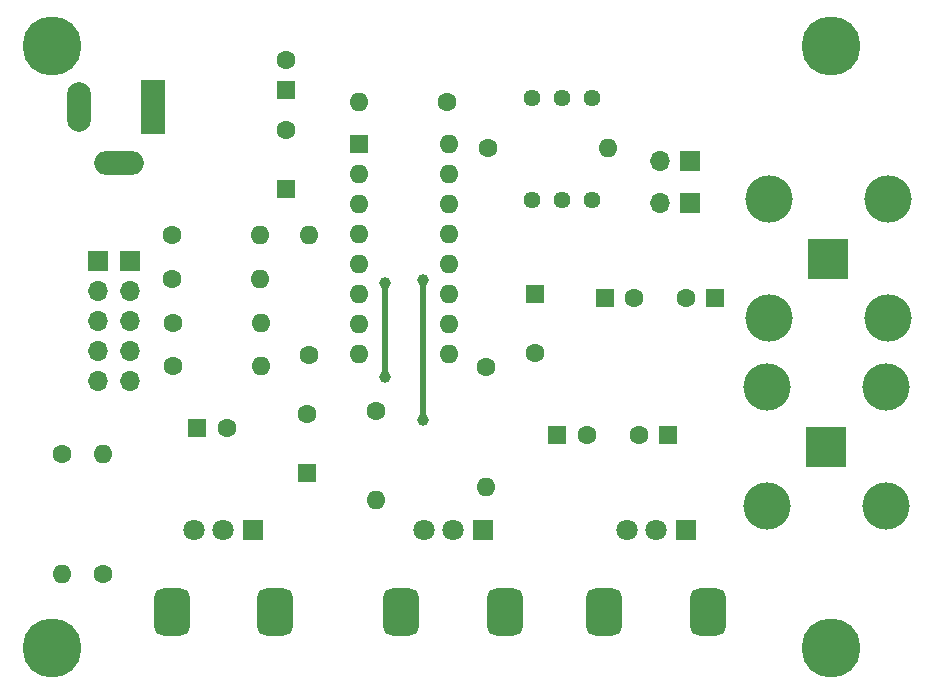
<source format=gbr>
%TF.GenerationSoftware,KiCad,Pcbnew,8.0.4*%
%TF.CreationDate,2024-07-20T11:29:03+02:00*%
%TF.ProjectId,Generatpr XR-2206,47656e65-7261-4747-9072-2058522d3232,rev?*%
%TF.SameCoordinates,Original*%
%TF.FileFunction,Copper,L1,Top*%
%TF.FilePolarity,Positive*%
%FSLAX46Y46*%
G04 Gerber Fmt 4.6, Leading zero omitted, Abs format (unit mm)*
G04 Created by KiCad (PCBNEW 8.0.4) date 2024-07-20 11:29:03*
%MOMM*%
%LPD*%
G01*
G04 APERTURE LIST*
G04 Aperture macros list*
%AMRoundRect*
0 Rectangle with rounded corners*
0 $1 Rounding radius*
0 $2 $3 $4 $5 $6 $7 $8 $9 X,Y pos of 4 corners*
0 Add a 4 corners polygon primitive as box body*
4,1,4,$2,$3,$4,$5,$6,$7,$8,$9,$2,$3,0*
0 Add four circle primitives for the rounded corners*
1,1,$1+$1,$2,$3*
1,1,$1+$1,$4,$5*
1,1,$1+$1,$6,$7*
1,1,$1+$1,$8,$9*
0 Add four rect primitives between the rounded corners*
20,1,$1+$1,$2,$3,$4,$5,0*
20,1,$1+$1,$4,$5,$6,$7,0*
20,1,$1+$1,$6,$7,$8,$9,0*
20,1,$1+$1,$8,$9,$2,$3,0*%
G04 Aperture macros list end*
%TA.AperFunction,ComponentPad*%
%ADD10R,1.800000X1.800000*%
%TD*%
%TA.AperFunction,ComponentPad*%
%ADD11C,1.800000*%
%TD*%
%TA.AperFunction,ComponentPad*%
%ADD12RoundRect,0.750000X-0.750000X1.250000X-0.750000X-1.250000X0.750000X-1.250000X0.750000X1.250000X0*%
%TD*%
%TA.AperFunction,ComponentPad*%
%ADD13R,3.500000X3.500000*%
%TD*%
%TA.AperFunction,ComponentPad*%
%ADD14C,4.000000*%
%TD*%
%TA.AperFunction,ComponentPad*%
%ADD15C,1.440000*%
%TD*%
%TA.AperFunction,ComponentPad*%
%ADD16C,1.600000*%
%TD*%
%TA.AperFunction,ComponentPad*%
%ADD17O,1.600000X1.600000*%
%TD*%
%TA.AperFunction,ComponentPad*%
%ADD18R,1.600000X1.600000*%
%TD*%
%TA.AperFunction,ComponentPad*%
%ADD19R,1.700000X1.700000*%
%TD*%
%TA.AperFunction,ComponentPad*%
%ADD20O,1.700000X1.700000*%
%TD*%
%TA.AperFunction,ComponentPad*%
%ADD21R,2.000000X4.600000*%
%TD*%
%TA.AperFunction,ComponentPad*%
%ADD22O,2.000000X4.200000*%
%TD*%
%TA.AperFunction,ComponentPad*%
%ADD23O,4.200000X2.000000*%
%TD*%
%TA.AperFunction,ComponentPad*%
%ADD24C,5.000000*%
%TD*%
%TA.AperFunction,ViaPad*%
%ADD25C,1.000000*%
%TD*%
%TA.AperFunction,Conductor*%
%ADD26C,0.500000*%
%TD*%
G04 APERTURE END LIST*
D10*
%TO.P,RV5,1,1*%
%TO.N,Net-(RV2-Pad3)*%
X183680000Y-90000000D03*
D11*
%TO.P,RV5,2,2*%
X181180000Y-90000000D03*
%TO.P,RV5,3,3*%
%TO.N,GND*%
X178680000Y-90000000D03*
D12*
%TO.P,RV5,MP,MP*%
X185580000Y-97000000D03*
X176780000Y-97000000D03*
%TD*%
D10*
%TO.P,RV2,1,1*%
%TO.N,Net-(R4-Pad2)*%
X166500000Y-90000000D03*
D11*
%TO.P,RV2,2,2*%
X164000000Y-90000000D03*
%TO.P,RV2,3,3*%
%TO.N,Net-(RV2-Pad3)*%
X161500000Y-90000000D03*
D12*
%TO.P,RV2,MP,MP*%
%TO.N,GND*%
X168400000Y-97000000D03*
X159600000Y-97000000D03*
%TD*%
D10*
%TO.P,RV1,1,1*%
%TO.N,Net-(C12-Pad2)*%
X147040000Y-90000000D03*
D11*
%TO.P,RV1,2,2*%
%TO.N,Net-(U1-MO)*%
X144540000Y-90000000D03*
%TO.P,RV1,3,3*%
X142040000Y-90000000D03*
D12*
%TO.P,RV1,MP,MP*%
%TO.N,GND*%
X148940000Y-97000000D03*
X140140000Y-97000000D03*
%TD*%
D13*
%TO.P,J2,1,In*%
%TO.N,Net-(J2-In)*%
X195735000Y-67040000D03*
D14*
%TO.P,J2,2,Ext*%
%TO.N,GND*%
X200760000Y-72065000D03*
X190710000Y-72065000D03*
X200760000Y-62015000D03*
X190710000Y-62015000D03*
%TD*%
D13*
%TO.P,J1,1,In*%
%TO.N,Net-(J1-In)*%
X195570000Y-82970000D03*
D14*
%TO.P,J1,2,Ext*%
%TO.N,GND*%
X200595000Y-87995000D03*
X190545000Y-87995000D03*
X200595000Y-77945000D03*
X190545000Y-77945000D03*
%TD*%
D15*
%TO.P,RV3,1,1*%
%TO.N,Net-(J6-Pin_2)*%
X175770000Y-62040000D03*
%TO.P,RV3,2,2*%
X173230000Y-62040000D03*
%TO.P,RV3,3,3*%
%TO.N,Net-(U1-WAVEA2)*%
X170690000Y-62040000D03*
%TD*%
D16*
%TO.P,R5,1*%
%TO.N,Net-(U1-SYMA1)*%
X166920000Y-57700000D03*
D17*
%TO.P,R5,2*%
%TO.N,Net-(R5-Pad2)*%
X177080000Y-57700000D03*
%TD*%
D18*
%TO.P,C3,1*%
%TO.N,Net-(C12-Pad2)*%
X151600000Y-85200000D03*
D16*
%TO.P,C3,2*%
%TO.N,GND*%
X151600000Y-80200000D03*
%TD*%
%TO.P,C9,1*%
%TO.N,Net-(J4-Pin_2)*%
X140150000Y-68800000D03*
D17*
%TO.P,C9,2*%
%TO.N,Net-(U1-TC2)*%
X147650000Y-68800000D03*
%TD*%
D19*
%TO.P,J4,1,Pin_1*%
%TO.N,Net-(J4-Pin_1)*%
X136600000Y-67220000D03*
D20*
%TO.P,J4,2,Pin_2*%
%TO.N,Net-(J4-Pin_2)*%
X136600000Y-69760000D03*
%TO.P,J4,3,Pin_3*%
%TO.N,Net-(J4-Pin_3)*%
X136600000Y-72300000D03*
%TO.P,J4,4,Pin_4*%
%TO.N,Net-(J4-Pin_4)*%
X136600000Y-74840000D03*
%TO.P,J4,5,Pin_5*%
%TO.N,Net-(J4-Pin_5)*%
X136600000Y-77380000D03*
%TD*%
D18*
%TO.P,C14,1*%
%TO.N,Net-(J4-Pin_5)*%
X142317621Y-81400000D03*
D16*
%TO.P,C14,2*%
%TO.N,Net-(U1-TC2)*%
X144817621Y-81400000D03*
%TD*%
D18*
%TO.P,C15,1*%
%TO.N,+12V*%
X149840000Y-52722380D03*
D16*
%TO.P,C15,2*%
%TO.N,GND*%
X149840000Y-50222380D03*
%TD*%
D18*
%TO.P,C4,1*%
%TO.N,Net-(U1-STO)*%
X172817621Y-82000000D03*
D16*
%TO.P,C4,2*%
%TO.N,Net-(C4-Pad2)*%
X175317621Y-82000000D03*
%TD*%
%TO.P,R4,1*%
%TO.N,Net-(U1-TR1)*%
X166800000Y-76220000D03*
D17*
%TO.P,R4,2*%
%TO.N,Net-(R4-Pad2)*%
X166800000Y-86380000D03*
%TD*%
D21*
%TO.P,J3,1*%
%TO.N,+12V*%
X138600000Y-54180000D03*
D22*
%TO.P,J3,2*%
%TO.N,GND*%
X132300000Y-54180000D03*
D23*
%TO.P,J3,3*%
X135700000Y-58980000D03*
%TD*%
D18*
%TO.P,C2,1*%
%TO.N,+12V*%
X149860000Y-61180000D03*
D16*
%TO.P,C2,2*%
%TO.N,GND*%
X149860000Y-56180000D03*
%TD*%
D24*
%TO.P,REF\u002A\u002A,1*%
%TO.N,GND*%
X196000000Y-100000000D03*
%TD*%
D16*
%TO.P,C10,1*%
%TO.N,Net-(J4-Pin_3)*%
X140250000Y-72500000D03*
D17*
%TO.P,C10,2*%
%TO.N,Net-(U1-TC2)*%
X147750000Y-72500000D03*
%TD*%
D19*
%TO.P,J5,1,Pin_1*%
%TO.N,Net-(J5-Pin_1)*%
X133900000Y-67220000D03*
D20*
%TO.P,J5,2,Pin_2*%
X133900000Y-69760000D03*
%TO.P,J5,3,Pin_3*%
X133900000Y-72300000D03*
%TO.P,J5,4,Pin_4*%
X133900000Y-74840000D03*
%TO.P,J5,5,Pin_5*%
X133900000Y-77380000D03*
%TD*%
D18*
%TO.P,C5,1*%
%TO.N,Net-(U1-SYNCO)*%
X176817621Y-70400000D03*
D16*
%TO.P,C5,2*%
%TO.N,Net-(C5-Pad2)*%
X179317621Y-70400000D03*
%TD*%
D24*
%TO.P,REF\u002A\u002A,1*%
%TO.N,GND*%
X130000000Y-49000000D03*
%TD*%
D18*
%TO.P,C1,1*%
%TO.N,Net-(U1-BIAS)*%
X170900000Y-70000000D03*
D16*
%TO.P,C1,2*%
%TO.N,GND*%
X170900000Y-75000000D03*
%TD*%
D15*
%TO.P,RV4,1,1*%
%TO.N,Net-(R5-Pad2)*%
X175730000Y-53400000D03*
%TO.P,RV4,2,2*%
%TO.N,GND*%
X173190000Y-53400000D03*
%TO.P,RV4,3,3*%
%TO.N,Net-(U1-SYMA2)*%
X170650000Y-53400000D03*
%TD*%
D24*
%TO.P,REF\u002A\u002A,1*%
%TO.N,GND*%
X130000000Y-100000000D03*
%TD*%
D18*
%TO.P,C6,1*%
%TO.N,Net-(J2-In)*%
X186182380Y-70400000D03*
D16*
%TO.P,C6,2*%
%TO.N,Net-(C5-Pad2)*%
X183682380Y-70400000D03*
%TD*%
%TO.P,C12,1*%
%TO.N,GND*%
X157440000Y-79940000D03*
D17*
%TO.P,C12,2*%
%TO.N,Net-(C12-Pad2)*%
X157440000Y-87440000D03*
%TD*%
D16*
%TO.P,R2,1*%
%TO.N,Net-(C12-Pad2)*%
X134300000Y-93780000D03*
D17*
%TO.P,R2,2*%
%TO.N,GND*%
X134300000Y-83620000D03*
%TD*%
D24*
%TO.P,REF\u002A\u002A,1*%
%TO.N,GND*%
X196000000Y-49000000D03*
%TD*%
D19*
%TO.P,J7,1,Pin_1*%
%TO.N,unconnected-(J7-Pin_1-Pad1)*%
X184075000Y-58800000D03*
D20*
%TO.P,J7,2,Pin_2*%
%TO.N,unconnected-(J7-Pin_2-Pad2)*%
X181535000Y-58800000D03*
%TD*%
D18*
%TO.P,C7,1*%
%TO.N,Net-(J1-In)*%
X182182380Y-82000000D03*
D16*
%TO.P,C7,2*%
%TO.N,Net-(C4-Pad2)*%
X179682380Y-82000000D03*
%TD*%
%TO.P,R3,1*%
%TO.N,Net-(U1-SYNCO)*%
X151800000Y-75180000D03*
D17*
%TO.P,R3,2*%
%TO.N,+12V*%
X151800000Y-65020000D03*
%TD*%
D16*
%TO.P,C8,1*%
%TO.N,Net-(J4-Pin_1)*%
X140150000Y-65000000D03*
D17*
%TO.P,C8,2*%
%TO.N,Net-(U1-TC2)*%
X147650000Y-65000000D03*
%TD*%
D16*
%TO.P,C13,1*%
%TO.N,GND*%
X163480000Y-53750000D03*
D17*
%TO.P,C13,2*%
%TO.N,+12V*%
X155980000Y-53750000D03*
%TD*%
D18*
%TO.P,U1,1,AMSI*%
%TO.N,GND*%
X156000000Y-57300000D03*
D17*
%TO.P,U1,2,STO*%
%TO.N,Net-(U1-STO)*%
X156000000Y-59840000D03*
%TO.P,U1,3,MO*%
%TO.N,Net-(U1-MO)*%
X156000000Y-62380000D03*
%TO.P,U1,4,Vcc*%
%TO.N,+12V*%
X156000000Y-64920000D03*
%TO.P,U1,5,TC1*%
%TO.N,Net-(J5-Pin_1)*%
X156000000Y-67460000D03*
%TO.P,U1,6,TC2*%
%TO.N,Net-(U1-TC2)*%
X156000000Y-70000000D03*
%TO.P,U1,7,TR1*%
%TO.N,Net-(U1-TR1)*%
X156000000Y-72540000D03*
%TO.P,U1,8,TR2*%
%TO.N,unconnected-(U1-TR2-Pad8)*%
X156000000Y-75080000D03*
%TO.P,U1,9,FSKI*%
%TO.N,unconnected-(U1-FSKI-Pad9)*%
X163620000Y-75080000D03*
%TO.P,U1,10,BIAS*%
%TO.N,Net-(U1-BIAS)*%
X163620000Y-72540000D03*
%TO.P,U1,11,SYNCO*%
%TO.N,Net-(U1-SYNCO)*%
X163620000Y-70000000D03*
%TO.P,U1,12,GND*%
%TO.N,GND*%
X163620000Y-67460000D03*
%TO.P,U1,13,WAVEA1*%
%TO.N,Net-(J6-Pin_1)*%
X163620000Y-64920000D03*
%TO.P,U1,14,WAVEA2*%
%TO.N,Net-(U1-WAVEA2)*%
X163620000Y-62380000D03*
%TO.P,U1,15,SYMA1*%
%TO.N,Net-(U1-SYMA1)*%
X163620000Y-59840000D03*
%TO.P,U1,16,SYMA2*%
%TO.N,Net-(U1-SYMA2)*%
X163620000Y-57300000D03*
%TD*%
D16*
%TO.P,R1,1*%
%TO.N,+12V*%
X130900000Y-83620000D03*
D17*
%TO.P,R1,2*%
%TO.N,Net-(C12-Pad2)*%
X130900000Y-93780000D03*
%TD*%
D19*
%TO.P,J6,1,Pin_1*%
%TO.N,Net-(J6-Pin_1)*%
X184075000Y-62300000D03*
D20*
%TO.P,J6,2,Pin_2*%
%TO.N,Net-(J6-Pin_2)*%
X181535000Y-62300000D03*
%TD*%
D16*
%TO.P,C11,1*%
%TO.N,Net-(J4-Pin_4)*%
X140250000Y-76100000D03*
D17*
%TO.P,C11,2*%
%TO.N,Net-(U1-TC2)*%
X147750000Y-76100000D03*
%TD*%
D25*
%TO.N,Net-(U1-STO)*%
X161450000Y-80720000D03*
X161450000Y-68840000D03*
%TO.N,Net-(U1-MO)*%
X158190000Y-77090000D03*
X158190000Y-69065000D03*
%TD*%
D26*
%TO.N,Net-(U1-MO)*%
X158190000Y-77090000D02*
X158190000Y-69065000D01*
%TO.N,Net-(U1-STO)*%
X161450000Y-80720000D02*
X161450000Y-68840000D01*
%TD*%
M02*

</source>
